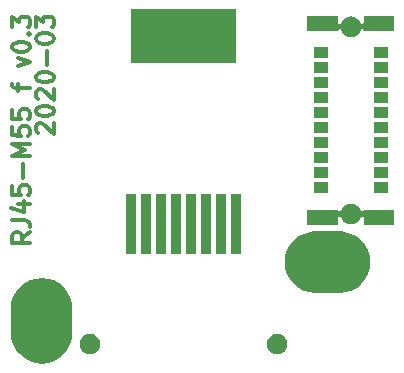
<source format=gbr>
G04 #@! TF.GenerationSoftware,KiCad,Pcbnew,5.1.5*
G04 #@! TF.CreationDate,2020-03-23T15:00:30-04:00*
G04 #@! TF.ProjectId,M55-RJ45,4d35352d-524a-4343-952e-6b696361645f,v0.3*
G04 #@! TF.SameCoordinates,Original*
G04 #@! TF.FileFunction,Soldermask,Top*
G04 #@! TF.FilePolarity,Negative*
%FSLAX46Y46*%
G04 Gerber Fmt 4.6, Leading zero omitted, Abs format (unit mm)*
G04 Created by KiCad (PCBNEW 5.1.5) date 2020-03-23 15:00:30*
%MOMM*%
%LPD*%
G04 APERTURE LIST*
%ADD10C,0.300000*%
%ADD11C,0.100000*%
G04 APERTURE END LIST*
D10*
X43321428Y-129337857D02*
X43250000Y-129266428D01*
X43178571Y-129123571D01*
X43178571Y-128766428D01*
X43250000Y-128623571D01*
X43321428Y-128552142D01*
X43464285Y-128480714D01*
X43607142Y-128480714D01*
X43821428Y-128552142D01*
X44678571Y-129409285D01*
X44678571Y-128480714D01*
X43178571Y-127552142D02*
X43178571Y-127409285D01*
X43250000Y-127266428D01*
X43321428Y-127195000D01*
X43464285Y-127123571D01*
X43750000Y-127052142D01*
X44107142Y-127052142D01*
X44392857Y-127123571D01*
X44535714Y-127195000D01*
X44607142Y-127266428D01*
X44678571Y-127409285D01*
X44678571Y-127552142D01*
X44607142Y-127695000D01*
X44535714Y-127766428D01*
X44392857Y-127837857D01*
X44107142Y-127909285D01*
X43750000Y-127909285D01*
X43464285Y-127837857D01*
X43321428Y-127766428D01*
X43250000Y-127695000D01*
X43178571Y-127552142D01*
X43321428Y-126480714D02*
X43250000Y-126409285D01*
X43178571Y-126266428D01*
X43178571Y-125909285D01*
X43250000Y-125766428D01*
X43321428Y-125695000D01*
X43464285Y-125623571D01*
X43607142Y-125623571D01*
X43821428Y-125695000D01*
X44678571Y-126552142D01*
X44678571Y-125623571D01*
X43178571Y-124695000D02*
X43178571Y-124552142D01*
X43250000Y-124409285D01*
X43321428Y-124337857D01*
X43464285Y-124266428D01*
X43750000Y-124195000D01*
X44107142Y-124195000D01*
X44392857Y-124266428D01*
X44535714Y-124337857D01*
X44607142Y-124409285D01*
X44678571Y-124552142D01*
X44678571Y-124695000D01*
X44607142Y-124837857D01*
X44535714Y-124909285D01*
X44392857Y-124980714D01*
X44107142Y-125052142D01*
X43750000Y-125052142D01*
X43464285Y-124980714D01*
X43321428Y-124909285D01*
X43250000Y-124837857D01*
X43178571Y-124695000D01*
X44107142Y-123552142D02*
X44107142Y-122409285D01*
X43178571Y-121409285D02*
X43178571Y-121266428D01*
X43250000Y-121123571D01*
X43321428Y-121052142D01*
X43464285Y-120980714D01*
X43750000Y-120909285D01*
X44107142Y-120909285D01*
X44392857Y-120980714D01*
X44535714Y-121052142D01*
X44607142Y-121123571D01*
X44678571Y-121266428D01*
X44678571Y-121409285D01*
X44607142Y-121552142D01*
X44535714Y-121623571D01*
X44392857Y-121695000D01*
X44107142Y-121766428D01*
X43750000Y-121766428D01*
X43464285Y-121695000D01*
X43321428Y-121623571D01*
X43250000Y-121552142D01*
X43178571Y-121409285D01*
X43178571Y-120409285D02*
X43178571Y-119480714D01*
X43750000Y-119980714D01*
X43750000Y-119766428D01*
X43821428Y-119623571D01*
X43892857Y-119552142D01*
X44035714Y-119480714D01*
X44392857Y-119480714D01*
X44535714Y-119552142D01*
X44607142Y-119623571D01*
X44678571Y-119766428D01*
X44678571Y-120195000D01*
X44607142Y-120337857D01*
X44535714Y-120409285D01*
X42678571Y-137766428D02*
X41964285Y-138266428D01*
X42678571Y-138623571D02*
X41178571Y-138623571D01*
X41178571Y-138052142D01*
X41250000Y-137909285D01*
X41321428Y-137837857D01*
X41464285Y-137766428D01*
X41678571Y-137766428D01*
X41821428Y-137837857D01*
X41892857Y-137909285D01*
X41964285Y-138052142D01*
X41964285Y-138623571D01*
X41178571Y-136695000D02*
X42250000Y-136695000D01*
X42464285Y-136766428D01*
X42607142Y-136909285D01*
X42678571Y-137123571D01*
X42678571Y-137266428D01*
X41678571Y-135337857D02*
X42678571Y-135337857D01*
X41107142Y-135695000D02*
X42178571Y-136052142D01*
X42178571Y-135123571D01*
X41178571Y-133837857D02*
X41178571Y-134552142D01*
X41892857Y-134623571D01*
X41821428Y-134552142D01*
X41750000Y-134409285D01*
X41750000Y-134052142D01*
X41821428Y-133909285D01*
X41892857Y-133837857D01*
X42035714Y-133766428D01*
X42392857Y-133766428D01*
X42535714Y-133837857D01*
X42607142Y-133909285D01*
X42678571Y-134052142D01*
X42678571Y-134409285D01*
X42607142Y-134552142D01*
X42535714Y-134623571D01*
X42107142Y-133123571D02*
X42107142Y-131980714D01*
X42678571Y-131266428D02*
X41178571Y-131266428D01*
X42250000Y-130766428D01*
X41178571Y-130266428D01*
X42678571Y-130266428D01*
X41178571Y-128837857D02*
X41178571Y-129552142D01*
X41892857Y-129623571D01*
X41821428Y-129552142D01*
X41750000Y-129409285D01*
X41750000Y-129052142D01*
X41821428Y-128909285D01*
X41892857Y-128837857D01*
X42035714Y-128766428D01*
X42392857Y-128766428D01*
X42535714Y-128837857D01*
X42607142Y-128909285D01*
X42678571Y-129052142D01*
X42678571Y-129409285D01*
X42607142Y-129552142D01*
X42535714Y-129623571D01*
X41178571Y-127409285D02*
X41178571Y-128123571D01*
X41892857Y-128195000D01*
X41821428Y-128123571D01*
X41750000Y-127980714D01*
X41750000Y-127623571D01*
X41821428Y-127480714D01*
X41892857Y-127409285D01*
X42035714Y-127337857D01*
X42392857Y-127337857D01*
X42535714Y-127409285D01*
X42607142Y-127480714D01*
X42678571Y-127623571D01*
X42678571Y-127980714D01*
X42607142Y-128123571D01*
X42535714Y-128195000D01*
X41678571Y-125766428D02*
X41678571Y-125195000D01*
X42678571Y-125552142D02*
X41392857Y-125552142D01*
X41250000Y-125480714D01*
X41178571Y-125337857D01*
X41178571Y-125195000D01*
X41678571Y-123695000D02*
X42678571Y-123337857D01*
X41678571Y-122980714D01*
X41178571Y-122123571D02*
X41178571Y-121980714D01*
X41250000Y-121837857D01*
X41321428Y-121766428D01*
X41464285Y-121695000D01*
X41750000Y-121623571D01*
X42107142Y-121623571D01*
X42392857Y-121695000D01*
X42535714Y-121766428D01*
X42607142Y-121837857D01*
X42678571Y-121980714D01*
X42678571Y-122123571D01*
X42607142Y-122266428D01*
X42535714Y-122337857D01*
X42392857Y-122409285D01*
X42107142Y-122480714D01*
X41750000Y-122480714D01*
X41464285Y-122409285D01*
X41321428Y-122337857D01*
X41250000Y-122266428D01*
X41178571Y-122123571D01*
X42535714Y-120980714D02*
X42607142Y-120909285D01*
X42678571Y-120980714D01*
X42607142Y-121052142D01*
X42535714Y-120980714D01*
X42678571Y-120980714D01*
X41178571Y-120409285D02*
X41178571Y-119480714D01*
X41750000Y-119980714D01*
X41750000Y-119766428D01*
X41821428Y-119623571D01*
X41892857Y-119552142D01*
X42035714Y-119480714D01*
X42392857Y-119480714D01*
X42535714Y-119552142D01*
X42607142Y-119623571D01*
X42678571Y-119766428D01*
X42678571Y-120195000D01*
X42607142Y-120337857D01*
X42535714Y-120409285D01*
D11*
G36*
X44187704Y-141682654D02*
G01*
X44677995Y-141831382D01*
X45129849Y-142072903D01*
X45525904Y-142397936D01*
X45850937Y-142793990D01*
X46092458Y-143245844D01*
X46241186Y-143736135D01*
X46278820Y-144118242D01*
X46278820Y-146373798D01*
X46241186Y-146755905D01*
X46092458Y-147246196D01*
X45850937Y-147698050D01*
X45525904Y-148094104D01*
X45129850Y-148419137D01*
X44677996Y-148660658D01*
X44187705Y-148809386D01*
X43677820Y-148859605D01*
X43167936Y-148809386D01*
X42677645Y-148660658D01*
X42225791Y-148419137D01*
X41829737Y-148094104D01*
X41504703Y-147698050D01*
X41263182Y-147246196D01*
X41114454Y-146755905D01*
X41076820Y-146373798D01*
X41076820Y-144118243D01*
X41114454Y-143736136D01*
X41263182Y-143245845D01*
X41504703Y-142793991D01*
X41829736Y-142397936D01*
X42225790Y-142072903D01*
X42677644Y-141831382D01*
X43167935Y-141682654D01*
X43677820Y-141632435D01*
X44187704Y-141682654D01*
G37*
G36*
X63773719Y-146361452D02*
G01*
X63858340Y-146378284D01*
X64017762Y-146444319D01*
X64161238Y-146540186D01*
X64283254Y-146662202D01*
X64379121Y-146805678D01*
X64445156Y-146965100D01*
X64478820Y-147134341D01*
X64478820Y-147306899D01*
X64445156Y-147476140D01*
X64379121Y-147635562D01*
X64283254Y-147779038D01*
X64161238Y-147901054D01*
X64017762Y-147996921D01*
X63858340Y-148062956D01*
X63773719Y-148079788D01*
X63689100Y-148096620D01*
X63516540Y-148096620D01*
X63431921Y-148079788D01*
X63347300Y-148062956D01*
X63187878Y-147996921D01*
X63044402Y-147901054D01*
X62922386Y-147779038D01*
X62826519Y-147635562D01*
X62760484Y-147476140D01*
X62726820Y-147306899D01*
X62726820Y-147134341D01*
X62760484Y-146965100D01*
X62826519Y-146805678D01*
X62922386Y-146662202D01*
X63044402Y-146540186D01*
X63187878Y-146444319D01*
X63347300Y-146378284D01*
X63431921Y-146361452D01*
X63516540Y-146344620D01*
X63689100Y-146344620D01*
X63773719Y-146361452D01*
G37*
G36*
X47923719Y-146361452D02*
G01*
X48008340Y-146378284D01*
X48167762Y-146444319D01*
X48311238Y-146540186D01*
X48433254Y-146662202D01*
X48529121Y-146805678D01*
X48595156Y-146965100D01*
X48628820Y-147134341D01*
X48628820Y-147306899D01*
X48595156Y-147476140D01*
X48529121Y-147635562D01*
X48433254Y-147779038D01*
X48311238Y-147901054D01*
X48167762Y-147996921D01*
X48008340Y-148062956D01*
X47923719Y-148079788D01*
X47839100Y-148096620D01*
X47666540Y-148096620D01*
X47581921Y-148079788D01*
X47497300Y-148062956D01*
X47337878Y-147996921D01*
X47194402Y-147901054D01*
X47072386Y-147779038D01*
X46976519Y-147635562D01*
X46910484Y-147476140D01*
X46876820Y-147306899D01*
X46876820Y-147134341D01*
X46910484Y-146965100D01*
X46976519Y-146805678D01*
X47072386Y-146662202D01*
X47194402Y-146540186D01*
X47337878Y-146444319D01*
X47497300Y-146378284D01*
X47581921Y-146361452D01*
X47666540Y-146344620D01*
X47839100Y-146344620D01*
X47923719Y-146361452D01*
G37*
G36*
X69385285Y-137706634D02*
G01*
X69875576Y-137855362D01*
X70327430Y-138096883D01*
X70723484Y-138421916D01*
X71048517Y-138817970D01*
X71290038Y-139269824D01*
X71438766Y-139760115D01*
X71488985Y-140270000D01*
X71438766Y-140779885D01*
X71290038Y-141270176D01*
X71048517Y-141722030D01*
X70723484Y-142118084D01*
X70327430Y-142443117D01*
X69875576Y-142684638D01*
X69385285Y-142833366D01*
X69003178Y-142871000D01*
X66747622Y-142871000D01*
X66365515Y-142833366D01*
X65875224Y-142684638D01*
X65423370Y-142443117D01*
X65027316Y-142118084D01*
X64702283Y-141722030D01*
X64460762Y-141270176D01*
X64312034Y-140779885D01*
X64261815Y-140270000D01*
X64312034Y-139760115D01*
X64460762Y-139269824D01*
X64702283Y-138817970D01*
X65027316Y-138421916D01*
X65423370Y-138096883D01*
X65875224Y-137855362D01*
X66365515Y-137706634D01*
X66747622Y-137669000D01*
X69003178Y-137669000D01*
X69385285Y-137706634D01*
G37*
G36*
X54203820Y-139611620D02*
G01*
X53341820Y-139611620D01*
X53341820Y-134509620D01*
X54203820Y-134509620D01*
X54203820Y-139611620D01*
G37*
G36*
X60553820Y-139611620D02*
G01*
X59691820Y-139611620D01*
X59691820Y-134509620D01*
X60553820Y-134509620D01*
X60553820Y-139611620D01*
G37*
G36*
X59283820Y-139611620D02*
G01*
X58421820Y-139611620D01*
X58421820Y-134509620D01*
X59283820Y-134509620D01*
X59283820Y-139611620D01*
G37*
G36*
X55473820Y-139611620D02*
G01*
X54611820Y-139611620D01*
X54611820Y-134509620D01*
X55473820Y-134509620D01*
X55473820Y-139611620D01*
G37*
G36*
X56743820Y-139611620D02*
G01*
X55881820Y-139611620D01*
X55881820Y-134509620D01*
X56743820Y-134509620D01*
X56743820Y-139611620D01*
G37*
G36*
X58013820Y-139611620D02*
G01*
X57151820Y-139611620D01*
X57151820Y-134509620D01*
X58013820Y-134509620D01*
X58013820Y-139611620D01*
G37*
G36*
X51663820Y-139611620D02*
G01*
X50801820Y-139611620D01*
X50801820Y-134509620D01*
X51663820Y-134509620D01*
X51663820Y-139611620D01*
G37*
G36*
X52933820Y-139611620D02*
G01*
X52071820Y-139611620D01*
X52071820Y-134509620D01*
X52933820Y-134509620D01*
X52933820Y-139611620D01*
G37*
G36*
X70105520Y-135352664D02*
G01*
X70264942Y-135418699D01*
X70408418Y-135514566D01*
X70530434Y-135636582D01*
X70626301Y-135780058D01*
X70663703Y-135870355D01*
X70683517Y-135918190D01*
X70695068Y-135939801D01*
X70710614Y-135958743D01*
X70729556Y-135974288D01*
X70751166Y-135985839D01*
X70774615Y-135992952D01*
X70799001Y-135995354D01*
X70823388Y-135992952D01*
X70846836Y-135985839D01*
X70868447Y-135974288D01*
X70887389Y-135958742D01*
X70902934Y-135939800D01*
X70914485Y-135918190D01*
X70921598Y-135894741D01*
X70924000Y-135870355D01*
X70924000Y-135829000D01*
X73526000Y-135829000D01*
X73526000Y-137131000D01*
X70924000Y-137131000D01*
X70924000Y-136519645D01*
X70921598Y-136495259D01*
X70914485Y-136471810D01*
X70902934Y-136450199D01*
X70887389Y-136431257D01*
X70868447Y-136415712D01*
X70846836Y-136404161D01*
X70823387Y-136397048D01*
X70799001Y-136394646D01*
X70774615Y-136397048D01*
X70751166Y-136404161D01*
X70729555Y-136415712D01*
X70710613Y-136431257D01*
X70695068Y-136450199D01*
X70683519Y-136471807D01*
X70626301Y-136609942D01*
X70530434Y-136753418D01*
X70408418Y-136875434D01*
X70264942Y-136971301D01*
X70105520Y-137037336D01*
X69936280Y-137071000D01*
X69763720Y-137071000D01*
X69594480Y-137037336D01*
X69435058Y-136971301D01*
X69291582Y-136875434D01*
X69169566Y-136753418D01*
X69073699Y-136609942D01*
X69016481Y-136471807D01*
X69004932Y-136450199D01*
X68989386Y-136431257D01*
X68970444Y-136415712D01*
X68948834Y-136404161D01*
X68925385Y-136397048D01*
X68900999Y-136394646D01*
X68876612Y-136397048D01*
X68853164Y-136404161D01*
X68831553Y-136415712D01*
X68812611Y-136431258D01*
X68797066Y-136450200D01*
X68785515Y-136471810D01*
X68778402Y-136495259D01*
X68776000Y-136519645D01*
X68776000Y-137131000D01*
X66174000Y-137131000D01*
X66174000Y-135829000D01*
X68776000Y-135829000D01*
X68776000Y-135870355D01*
X68778402Y-135894741D01*
X68785515Y-135918190D01*
X68797066Y-135939801D01*
X68812611Y-135958743D01*
X68831553Y-135974288D01*
X68853164Y-135985839D01*
X68876613Y-135992952D01*
X68900999Y-135995354D01*
X68925385Y-135992952D01*
X68948834Y-135985839D01*
X68970445Y-135974288D01*
X68989387Y-135958743D01*
X69004932Y-135939801D01*
X69016483Y-135918190D01*
X69036297Y-135870355D01*
X69073699Y-135780058D01*
X69169566Y-135636582D01*
X69291582Y-135514566D01*
X69435058Y-135418699D01*
X69594480Y-135352664D01*
X69763720Y-135319000D01*
X69936280Y-135319000D01*
X70105520Y-135352664D01*
G37*
G36*
X72991000Y-134436000D02*
G01*
X71789000Y-134436000D01*
X71789000Y-133534000D01*
X72991000Y-133534000D01*
X72991000Y-134436000D01*
G37*
G36*
X67911000Y-134436000D02*
G01*
X66709000Y-134436000D01*
X66709000Y-133534000D01*
X67911000Y-133534000D01*
X67911000Y-134436000D01*
G37*
G36*
X72991000Y-133166000D02*
G01*
X71789000Y-133166000D01*
X71789000Y-132264000D01*
X72991000Y-132264000D01*
X72991000Y-133166000D01*
G37*
G36*
X67911000Y-133166000D02*
G01*
X66709000Y-133166000D01*
X66709000Y-132264000D01*
X67911000Y-132264000D01*
X67911000Y-133166000D01*
G37*
G36*
X72991000Y-131896000D02*
G01*
X71789000Y-131896000D01*
X71789000Y-130994000D01*
X72991000Y-130994000D01*
X72991000Y-131896000D01*
G37*
G36*
X67911000Y-131896000D02*
G01*
X66709000Y-131896000D01*
X66709000Y-130994000D01*
X67911000Y-130994000D01*
X67911000Y-131896000D01*
G37*
G36*
X67911000Y-130626000D02*
G01*
X66709000Y-130626000D01*
X66709000Y-129724000D01*
X67911000Y-129724000D01*
X67911000Y-130626000D01*
G37*
G36*
X72991000Y-130626000D02*
G01*
X71789000Y-130626000D01*
X71789000Y-129724000D01*
X72991000Y-129724000D01*
X72991000Y-130626000D01*
G37*
G36*
X72991000Y-129356000D02*
G01*
X71789000Y-129356000D01*
X71789000Y-128454000D01*
X72991000Y-128454000D01*
X72991000Y-129356000D01*
G37*
G36*
X67911000Y-129356000D02*
G01*
X66709000Y-129356000D01*
X66709000Y-128454000D01*
X67911000Y-128454000D01*
X67911000Y-129356000D01*
G37*
G36*
X67911000Y-128086000D02*
G01*
X66709000Y-128086000D01*
X66709000Y-127184000D01*
X67911000Y-127184000D01*
X67911000Y-128086000D01*
G37*
G36*
X72991000Y-128086000D02*
G01*
X71789000Y-128086000D01*
X71789000Y-127184000D01*
X72991000Y-127184000D01*
X72991000Y-128086000D01*
G37*
G36*
X72991000Y-126816000D02*
G01*
X71789000Y-126816000D01*
X71789000Y-125914000D01*
X72991000Y-125914000D01*
X72991000Y-126816000D01*
G37*
G36*
X67911000Y-126816000D02*
G01*
X66709000Y-126816000D01*
X66709000Y-125914000D01*
X67911000Y-125914000D01*
X67911000Y-126816000D01*
G37*
G36*
X72991000Y-125546000D02*
G01*
X71789000Y-125546000D01*
X71789000Y-124644000D01*
X72991000Y-124644000D01*
X72991000Y-125546000D01*
G37*
G36*
X67911000Y-125546000D02*
G01*
X66709000Y-125546000D01*
X66709000Y-124644000D01*
X67911000Y-124644000D01*
X67911000Y-125546000D01*
G37*
G36*
X72991000Y-124276000D02*
G01*
X71789000Y-124276000D01*
X71789000Y-123374000D01*
X72991000Y-123374000D01*
X72991000Y-124276000D01*
G37*
G36*
X67911000Y-124276000D02*
G01*
X66709000Y-124276000D01*
X66709000Y-123374000D01*
X67911000Y-123374000D01*
X67911000Y-124276000D01*
G37*
G36*
X60128820Y-123431620D02*
G01*
X51226820Y-123431620D01*
X51226820Y-118829620D01*
X60128820Y-118829620D01*
X60128820Y-123431620D01*
G37*
G36*
X72991000Y-123006000D02*
G01*
X71789000Y-123006000D01*
X71789000Y-122104000D01*
X72991000Y-122104000D01*
X72991000Y-123006000D01*
G37*
G36*
X67911000Y-123006000D02*
G01*
X66709000Y-123006000D01*
X66709000Y-122104000D01*
X67911000Y-122104000D01*
X67911000Y-123006000D01*
G37*
G36*
X68776000Y-120020355D02*
G01*
X68778402Y-120044741D01*
X68785515Y-120068190D01*
X68797066Y-120089801D01*
X68812611Y-120108743D01*
X68831553Y-120124288D01*
X68853164Y-120135839D01*
X68876613Y-120142952D01*
X68900999Y-120145354D01*
X68925385Y-120142952D01*
X68948834Y-120135839D01*
X68970445Y-120124288D01*
X68989387Y-120108743D01*
X69004932Y-120089801D01*
X69016483Y-120068190D01*
X69036297Y-120020355D01*
X69073699Y-119930058D01*
X69169566Y-119786582D01*
X69291582Y-119664566D01*
X69435058Y-119568699D01*
X69594480Y-119502664D01*
X69679101Y-119485832D01*
X69763720Y-119469000D01*
X69936280Y-119469000D01*
X70020899Y-119485832D01*
X70105520Y-119502664D01*
X70264942Y-119568699D01*
X70408418Y-119664566D01*
X70530434Y-119786582D01*
X70626301Y-119930058D01*
X70663703Y-120020355D01*
X70683517Y-120068190D01*
X70695068Y-120089801D01*
X70710614Y-120108743D01*
X70729556Y-120124288D01*
X70751166Y-120135839D01*
X70774615Y-120142952D01*
X70799001Y-120145354D01*
X70823388Y-120142952D01*
X70846836Y-120135839D01*
X70868447Y-120124288D01*
X70887389Y-120108742D01*
X70902934Y-120089800D01*
X70914485Y-120068190D01*
X70921598Y-120044741D01*
X70924000Y-120020355D01*
X70924000Y-119409000D01*
X73526000Y-119409000D01*
X73526000Y-120711000D01*
X70924000Y-120711000D01*
X70924000Y-120669645D01*
X70921598Y-120645259D01*
X70914485Y-120621810D01*
X70902934Y-120600199D01*
X70887389Y-120581257D01*
X70868447Y-120565712D01*
X70846836Y-120554161D01*
X70823387Y-120547048D01*
X70799001Y-120544646D01*
X70774615Y-120547048D01*
X70751166Y-120554161D01*
X70729555Y-120565712D01*
X70710613Y-120581257D01*
X70695068Y-120600199D01*
X70683519Y-120621807D01*
X70626301Y-120759942D01*
X70530434Y-120903418D01*
X70408418Y-121025434D01*
X70264942Y-121121301D01*
X70105520Y-121187336D01*
X70020899Y-121204168D01*
X69936280Y-121221000D01*
X69763720Y-121221000D01*
X69679101Y-121204168D01*
X69594480Y-121187336D01*
X69435058Y-121121301D01*
X69291582Y-121025434D01*
X69169566Y-120903418D01*
X69073699Y-120759942D01*
X69016481Y-120621807D01*
X69004932Y-120600199D01*
X68989386Y-120581257D01*
X68970444Y-120565712D01*
X68948834Y-120554161D01*
X68925385Y-120547048D01*
X68900999Y-120544646D01*
X68876612Y-120547048D01*
X68853164Y-120554161D01*
X68831553Y-120565712D01*
X68812611Y-120581258D01*
X68797066Y-120600200D01*
X68785515Y-120621810D01*
X68778402Y-120645259D01*
X68776000Y-120669645D01*
X68776000Y-120711000D01*
X66174000Y-120711000D01*
X66174000Y-119409000D01*
X68776000Y-119409000D01*
X68776000Y-120020355D01*
G37*
M02*

</source>
